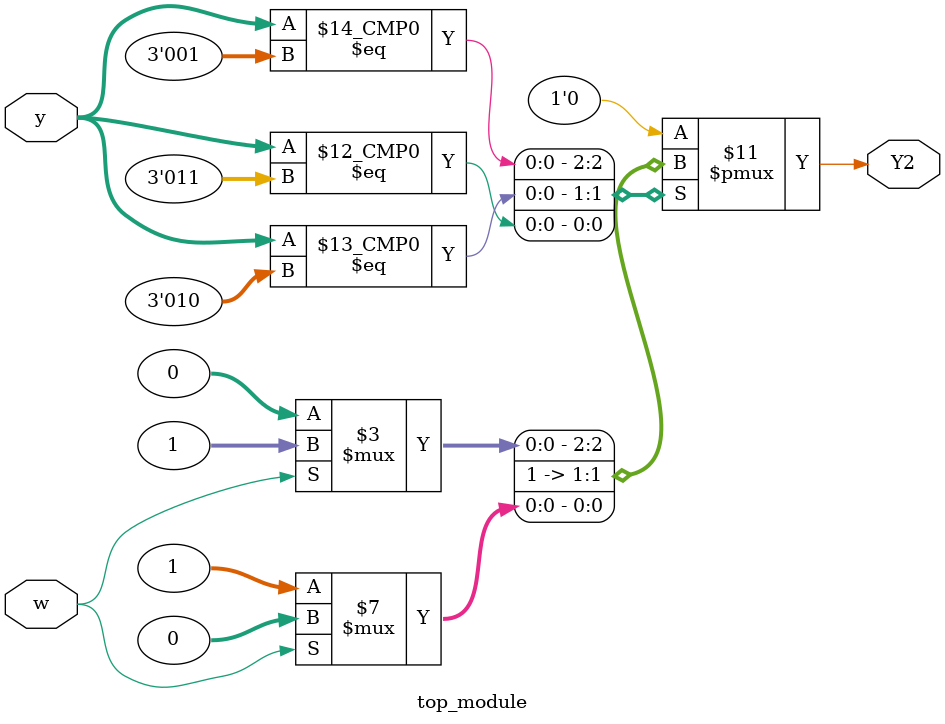
<source format=sv>
module top_module(
    input [3:1] y,
    input w,
    output reg Y2);

    always @(*) begin
        case (y)
            3'b000: Y2 = 0; // A
            3'b001: Y2 = (w == 0) ? 0 : 1; // B
            3'b010: Y2 = (w == 0) ? 1 : 1; // C
            3'b011: Y2 = (w == 0) ? 1 : 0; // D
            3'b100: Y2 = 0; // E
            3'b101: Y2 = 0; // F
            default: Y2 = 0;
        endcase
    end
endmodule

</source>
